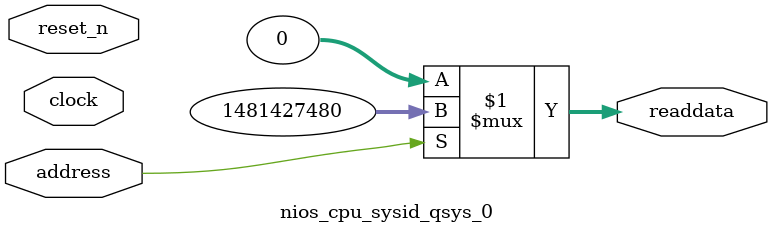
<source format=v>



// synthesis translate_off
`timescale 1ns / 1ps
// synthesis translate_on

// turn off superfluous verilog processor warnings 
// altera message_level Level1 
// altera message_off 10034 10035 10036 10037 10230 10240 10030 

module nios_cpu_sysid_qsys_0 (
               // inputs:
                address,
                clock,
                reset_n,

               // outputs:
                readdata
             )
;

  output  [ 31: 0] readdata;
  input            address;
  input            clock;
  input            reset_n;

  wire    [ 31: 0] readdata;
  //control_slave, which is an e_avalon_slave
  assign readdata = address ? 1481427480 : 0;

endmodule



</source>
